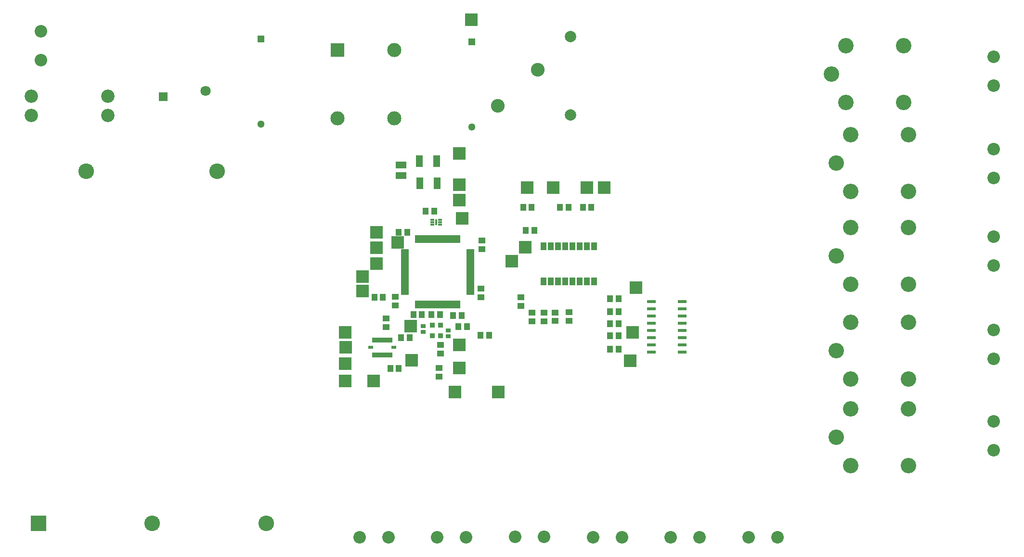
<source format=gbr>
%TF.GenerationSoftware,Altium Limited,Altium Designer,23.11.1 (41)*%
G04 Layer_Color=8388736*
%FSLAX45Y45*%
%MOMM*%
%TF.SameCoordinates,7081611A-E9FA-4801-99CF-350105B7A270*%
%TF.FilePolarity,Negative*%
%TF.FileFunction,Soldermask,Top*%
%TF.Part,Single*%
G01*
G75*
%TA.AperFunction,TestPad*%
G04:AMPARAMS|DCode=16|XSize=0.9mm|YSize=0.8mm|CornerRadius=0.04mm|HoleSize=0mm|Usage=FLASHONLY|Rotation=90.000|XOffset=0mm|YOffset=0mm|HoleType=Round|Shape=RoundedRectangle|*
%AMROUNDEDRECTD16*
21,1,0.90000,0.72000,0,0,90.0*
21,1,0.82000,0.80000,0,0,90.0*
1,1,0.08000,0.36000,0.41000*
1,1,0.08000,0.36000,-0.41000*
1,1,0.08000,-0.36000,-0.41000*
1,1,0.08000,-0.36000,0.41000*
%
%ADD16ROUNDEDRECTD16*%
%TA.AperFunction,SMDPad,CuDef*%
%ADD25R,1.55000X0.60000*%
%TA.AperFunction,ComponentPad*%
%ADD42R,1.60000X1.60000*%
%ADD43C,1.30000*%
%ADD44R,1.30000X1.30000*%
%TA.AperFunction,SMDPad,CuDef*%
%ADD54R,2.20320X2.20320*%
%ADD55R,1.00320X1.20320*%
%ADD56R,0.90320X0.80320*%
%ADD57R,1.20320X1.00320*%
%ADD58R,2.20320X2.20320*%
%ADD59R,1.90320X1.20320*%
%ADD60R,1.11320X1.34320*%
%ADD61R,1.20320X2.00320*%
%ADD62R,0.70000X0.30000*%
%ADD63R,0.45000X1.09000*%
%ADD64R,0.95320X0.50320*%
%ADD65R,0.50320X0.95320*%
%ADD66R,0.50320X1.40320*%
%ADD67R,1.40320X0.50320*%
%TA.AperFunction,ComponentPad*%
%ADD68C,2.41300*%
%ADD69C,2.74320*%
%ADD70R,2.74320X2.74320*%
%ADD71C,2.20345*%
%ADD72C,2.00320*%
%ADD73C,2.35320*%
%ADD74C,2.71780*%
%ADD75C,2.48920*%
%ADD76C,1.80320*%
%ADD77R,2.48920X2.48920*%
D16*
X7630000Y4380000D02*
D03*
Y4195000D02*
D03*
X7775000Y4380000D02*
D03*
Y4195000D02*
D03*
D25*
X12024360Y4798060D02*
D03*
Y4671060D02*
D03*
Y4544060D02*
D03*
Y4417060D02*
D03*
Y4290060D02*
D03*
Y4163060D02*
D03*
Y4036060D02*
D03*
Y3909060D02*
D03*
X11484360D02*
D03*
Y4036060D02*
D03*
Y4163060D02*
D03*
Y4290060D02*
D03*
Y4417060D02*
D03*
Y4544060D02*
D03*
Y4671060D02*
D03*
Y4798060D02*
D03*
D42*
X2892500Y8400000D02*
D03*
D43*
X8320000Y7867500D02*
D03*
X4617500Y7920000D02*
D03*
D44*
X8320000Y9367500D02*
D03*
X4617500Y9420000D02*
D03*
D54*
X7015000Y5837500D02*
D03*
X6397500Y4980000D02*
D03*
X6402500Y5237500D02*
D03*
X9027500Y5505000D02*
D03*
X11155000Y4255000D02*
D03*
X11105941Y3753844D02*
D03*
X6647300Y6017220D02*
D03*
X8792500Y3200000D02*
D03*
X8030000D02*
D03*
X8100000Y4030000D02*
D03*
Y3625000D02*
D03*
X6100000Y4250000D02*
D03*
X6600000Y3400000D02*
D03*
X6100000D02*
D03*
Y3700000D02*
D03*
X6105971Y3987220D02*
D03*
X7265000Y3762500D02*
D03*
X10350000Y6800000D02*
D03*
X9294017Y6800001D02*
D03*
X9750000Y6800000D02*
D03*
X8317500Y9760000D02*
D03*
X8100000Y6577500D02*
D03*
Y6850000D02*
D03*
Y7400000D02*
D03*
X6647300Y5742220D02*
D03*
X7250000Y4362500D02*
D03*
X6647300Y5467220D02*
D03*
D55*
X7187500Y6015000D02*
D03*
X7037500D02*
D03*
X7077500Y4160000D02*
D03*
X7227500D02*
D03*
X6760000Y4867500D02*
D03*
X6610000D02*
D03*
X7995000Y4545000D02*
D03*
X8145000D02*
D03*
X8087500Y4350000D02*
D03*
X8237500D02*
D03*
X6890000Y3620000D02*
D03*
X7040000D02*
D03*
X7610000Y4562500D02*
D03*
X7760000D02*
D03*
X10025000Y6450000D02*
D03*
X9875000D02*
D03*
X10425000D02*
D03*
X10275000D02*
D03*
X9375000D02*
D03*
X9225000D02*
D03*
X9425000Y6050000D02*
D03*
X9275000D02*
D03*
X10907160Y3952240D02*
D03*
X10757160D02*
D03*
X10907160Y4191000D02*
D03*
X10757160D02*
D03*
X10907160Y4404360D02*
D03*
X10757160D02*
D03*
X10907160Y4615180D02*
D03*
X10757160D02*
D03*
X10907160Y4846320D02*
D03*
X10757160D02*
D03*
X8627500Y4205000D02*
D03*
X8477500D02*
D03*
X7295000Y4565000D02*
D03*
X7445000D02*
D03*
X7509750Y6383358D02*
D03*
X7659750D02*
D03*
D56*
X7907699Y4186227D02*
D03*
Y4286227D02*
D03*
X7470000Y4265000D02*
D03*
Y4365000D02*
D03*
D57*
X6820000Y4347500D02*
D03*
Y4497500D02*
D03*
X10030000Y4455000D02*
D03*
Y4605000D02*
D03*
X9785000Y4452500D02*
D03*
Y4602500D02*
D03*
X9592500Y4447500D02*
D03*
Y4597500D02*
D03*
X9380000Y4447500D02*
D03*
Y4597500D02*
D03*
X7772500Y3880000D02*
D03*
Y4030000D02*
D03*
X7750000Y3475000D02*
D03*
Y3625000D02*
D03*
X8480000Y4872500D02*
D03*
Y5022500D02*
D03*
X9190000Y4717500D02*
D03*
Y4867500D02*
D03*
X6980000Y4730000D02*
D03*
Y4880000D02*
D03*
X8497300Y5867220D02*
D03*
Y5717220D02*
D03*
D58*
X9265000Y5747500D02*
D03*
X11211025Y5041937D02*
D03*
X8150000Y6260000D02*
D03*
X10650000Y6800000D02*
D03*
D59*
X7075000Y7010000D02*
D03*
Y7200000D02*
D03*
D60*
X9588000Y5150000D02*
D03*
X9715000D02*
D03*
X9842000D02*
D03*
X9969000D02*
D03*
X10096000D02*
D03*
X10223000D02*
D03*
X10350000D02*
D03*
X10477000D02*
D03*
X9588000Y5772000D02*
D03*
X9715000D02*
D03*
X9842000D02*
D03*
X9969000D02*
D03*
X10096000D02*
D03*
X10223000D02*
D03*
X10350000D02*
D03*
X10477000D02*
D03*
D61*
X7398960Y7269480D02*
D03*
X7406580Y6878320D02*
D03*
X7716580D02*
D03*
X7708960Y7269480D02*
D03*
D62*
X7632300Y6232220D02*
D03*
Y6152220D02*
D03*
X7762300Y6232220D02*
D03*
X7632300Y6192220D02*
D03*
X7762300Y6152220D02*
D03*
Y6192220D02*
D03*
D63*
X7697300D02*
D03*
D64*
X6952300Y3987220D02*
D03*
X6542300D02*
D03*
D65*
X6897300Y3857220D02*
D03*
X6597300Y4117220D02*
D03*
X6697300Y3857220D02*
D03*
X6797300D02*
D03*
X6897300Y4117220D02*
D03*
X6797300D02*
D03*
X6697300D02*
D03*
X6597300Y3857220D02*
D03*
X6847300D02*
D03*
X6747300D02*
D03*
X6647300D02*
D03*
X6847300Y4117220D02*
D03*
X6747300D02*
D03*
X6647300D02*
D03*
D66*
X7847299Y5892219D02*
D03*
X7897299D02*
D03*
X7997299D02*
D03*
X7697300D02*
D03*
X7597300D02*
D03*
X7347300Y4742221D02*
D03*
X7947299D02*
D03*
X7347300Y5892219D02*
D03*
X7747299D02*
D03*
X7797299D02*
D03*
X7947299D02*
D03*
X7397300Y4742221D02*
D03*
X7447300D02*
D03*
X7497300D02*
D03*
X7547300D02*
D03*
X7597300D02*
D03*
X7647300D02*
D03*
X7697300D02*
D03*
X7747299D02*
D03*
X7797299D02*
D03*
X7847299D02*
D03*
X7897299D02*
D03*
X7997299D02*
D03*
X8047299D02*
D03*
X8097299D02*
D03*
Y5892219D02*
D03*
X8047299D02*
D03*
X7647300D02*
D03*
X7547300D02*
D03*
X7497300D02*
D03*
X7447300D02*
D03*
X7397300D02*
D03*
D67*
X7147300Y4942221D02*
D03*
X8297299Y5042221D02*
D03*
Y5692219D02*
D03*
X7147300D02*
D03*
Y5642219D02*
D03*
Y5592219D02*
D03*
Y5542220D02*
D03*
Y5492220D02*
D03*
Y5442220D02*
D03*
Y5392220D02*
D03*
Y5342220D02*
D03*
Y5292220D02*
D03*
Y5242220D02*
D03*
Y5192220D02*
D03*
Y5142220D02*
D03*
Y5092220D02*
D03*
Y5042221D02*
D03*
Y4992221D02*
D03*
X8297299Y4942221D02*
D03*
Y4992221D02*
D03*
Y5092220D02*
D03*
Y5142220D02*
D03*
Y5192220D02*
D03*
Y5242220D02*
D03*
Y5292220D02*
D03*
Y5342220D02*
D03*
Y5392220D02*
D03*
Y5442220D02*
D03*
Y5492220D02*
D03*
Y5542220D02*
D03*
Y5592219D02*
D03*
Y5642219D02*
D03*
D68*
X9482500Y8872500D02*
D03*
X8784000Y8243494D02*
D03*
D69*
X3842285Y7087154D02*
D03*
X2705000Y892500D02*
D03*
X4704996D02*
D03*
X1542290Y7087154D02*
D03*
D70*
X705004Y892500D02*
D03*
D71*
X10452499Y642220D02*
D03*
X10960499D02*
D03*
X13697299D02*
D03*
X13189299D02*
D03*
X6347300D02*
D03*
X6855300D02*
D03*
X7715700D02*
D03*
X8223700D02*
D03*
X9084099Y650000D02*
D03*
X9592099D02*
D03*
X11820899Y642220D02*
D03*
X12328899D02*
D03*
X17500000Y9104630D02*
D03*
Y8596630D02*
D03*
Y7481570D02*
D03*
Y6973570D02*
D03*
Y5939790D02*
D03*
Y5431790D02*
D03*
Y4298950D02*
D03*
Y3790950D02*
D03*
Y2688590D02*
D03*
Y2180590D02*
D03*
X747300Y9550220D02*
D03*
Y9042220D02*
D03*
D72*
X10057500Y9458750D02*
D03*
Y8081250D02*
D03*
D73*
X572300Y8072220D02*
D03*
Y8412220D02*
D03*
X1922300D02*
D03*
Y8072220D02*
D03*
D74*
X14732001Y3929380D02*
D03*
X14986000Y4429760D02*
D03*
X16002000D02*
D03*
X14986000Y3429000D02*
D03*
X16002000D02*
D03*
X14732001Y2405380D02*
D03*
X14986000Y2905760D02*
D03*
X16002000D02*
D03*
X14986000Y1905000D02*
D03*
X16002000D02*
D03*
X14650275Y8798307D02*
D03*
X14904276Y9298687D02*
D03*
X15920274D02*
D03*
X14904276Y8297927D02*
D03*
X15920274D02*
D03*
X14732001Y7231380D02*
D03*
X14986000Y7731760D02*
D03*
X16002000D02*
D03*
X14986000Y6731000D02*
D03*
X16002000D02*
D03*
X14732001Y5595620D02*
D03*
X14986000Y6096000D02*
D03*
X16002000D02*
D03*
X14986000Y5095240D02*
D03*
X16002000D02*
D03*
D75*
X5957502Y8020000D02*
D03*
X6957500Y9219998D02*
D03*
Y8020000D02*
D03*
D76*
X3642500Y8500000D02*
D03*
D77*
X5957502Y9219998D02*
D03*
%TF.MD5,1cd3b3159ae13a51b01430dabd18f521*%
M02*

</source>
